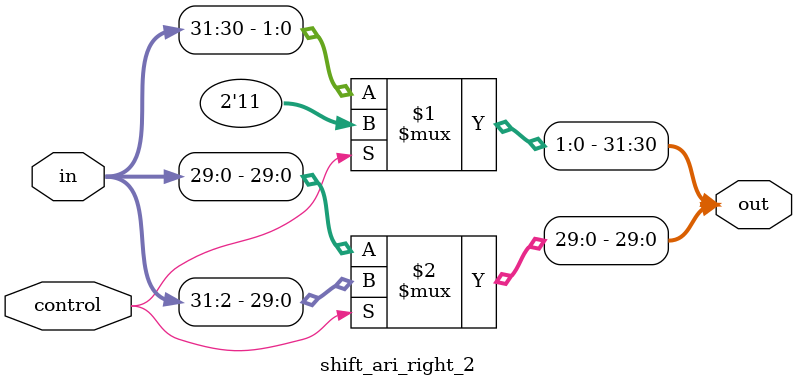
<source format=v>
module shift_ari_right_2(out, in, control);
    input [31:0] in;
    input control;
    output [31:0] out;

    assign out[31:30] = control ? 2'b11 : in[31:30];
    assign out[29:0] = control ? in[31:2] : in[29:0];
endmodule
</source>
